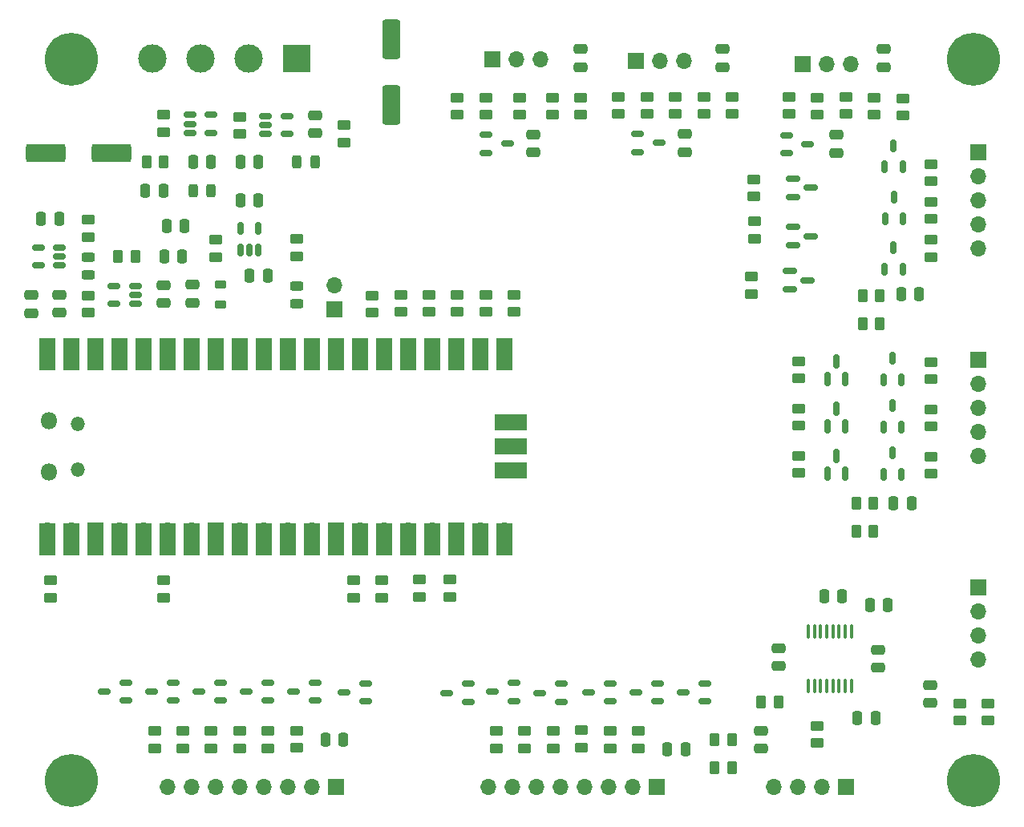
<source format=gbr>
%TF.GenerationSoftware,KiCad,Pcbnew,7.0.8*%
%TF.CreationDate,2024-01-07T20:15:44-08:00*%
%TF.ProjectId,PicoIrrigation,5069636f-4972-4726-9967-6174696f6e2e,rev?*%
%TF.SameCoordinates,Original*%
%TF.FileFunction,Soldermask,Top*%
%TF.FilePolarity,Negative*%
%FSLAX46Y46*%
G04 Gerber Fmt 4.6, Leading zero omitted, Abs format (unit mm)*
G04 Created by KiCad (PCBNEW 7.0.8) date 2024-01-07 20:15:44*
%MOMM*%
%LPD*%
G01*
G04 APERTURE LIST*
G04 Aperture macros list*
%AMRoundRect*
0 Rectangle with rounded corners*
0 $1 Rounding radius*
0 $2 $3 $4 $5 $6 $7 $8 $9 X,Y pos of 4 corners*
0 Add a 4 corners polygon primitive as box body*
4,1,4,$2,$3,$4,$5,$6,$7,$8,$9,$2,$3,0*
0 Add four circle primitives for the rounded corners*
1,1,$1+$1,$2,$3*
1,1,$1+$1,$4,$5*
1,1,$1+$1,$6,$7*
1,1,$1+$1,$8,$9*
0 Add four rect primitives between the rounded corners*
20,1,$1+$1,$2,$3,$4,$5,0*
20,1,$1+$1,$4,$5,$6,$7,0*
20,1,$1+$1,$6,$7,$8,$9,0*
20,1,$1+$1,$8,$9,$2,$3,0*%
G04 Aperture macros list end*
%ADD10RoundRect,0.250000X-0.450000X0.262500X-0.450000X-0.262500X0.450000X-0.262500X0.450000X0.262500X0*%
%ADD11R,1.700000X1.700000*%
%ADD12O,1.700000X1.700000*%
%ADD13RoundRect,0.250000X0.475000X-0.250000X0.475000X0.250000X-0.475000X0.250000X-0.475000X-0.250000X0*%
%ADD14RoundRect,0.250000X0.450000X-0.262500X0.450000X0.262500X-0.450000X0.262500X-0.450000X-0.262500X0*%
%ADD15RoundRect,0.250000X0.262500X0.450000X-0.262500X0.450000X-0.262500X-0.450000X0.262500X-0.450000X0*%
%ADD16RoundRect,0.150000X0.150000X-0.512500X0.150000X0.512500X-0.150000X0.512500X-0.150000X-0.512500X0*%
%ADD17RoundRect,0.150000X0.150000X-0.587500X0.150000X0.587500X-0.150000X0.587500X-0.150000X-0.587500X0*%
%ADD18RoundRect,0.150000X-0.587500X-0.150000X0.587500X-0.150000X0.587500X0.150000X-0.587500X0.150000X0*%
%ADD19RoundRect,0.250000X-0.475000X0.250000X-0.475000X-0.250000X0.475000X-0.250000X0.475000X0.250000X0*%
%ADD20RoundRect,0.250000X0.250000X0.475000X-0.250000X0.475000X-0.250000X-0.475000X0.250000X-0.475000X0*%
%ADD21RoundRect,0.250000X-0.250000X-0.475000X0.250000X-0.475000X0.250000X0.475000X-0.250000X0.475000X0*%
%ADD22RoundRect,0.100000X-0.100000X0.637500X-0.100000X-0.637500X0.100000X-0.637500X0.100000X0.637500X0*%
%ADD23C,5.600000*%
%ADD24RoundRect,0.150000X0.512500X0.150000X-0.512500X0.150000X-0.512500X-0.150000X0.512500X-0.150000X0*%
%ADD25RoundRect,0.243750X0.456250X-0.243750X0.456250X0.243750X-0.456250X0.243750X-0.456250X-0.243750X0*%
%ADD26RoundRect,0.150000X-0.512500X-0.150000X0.512500X-0.150000X0.512500X0.150000X-0.512500X0.150000X0*%
%ADD27RoundRect,0.218750X-0.381250X0.218750X-0.381250X-0.218750X0.381250X-0.218750X0.381250X0.218750X0*%
%ADD28O,1.800000X1.800000*%
%ADD29O,1.500000X1.500000*%
%ADD30R,1.700000X3.500000*%
%ADD31R,3.500000X1.700000*%
%ADD32RoundRect,0.250000X1.825000X0.700000X-1.825000X0.700000X-1.825000X-0.700000X1.825000X-0.700000X0*%
%ADD33RoundRect,0.243750X-0.243750X-0.456250X0.243750X-0.456250X0.243750X0.456250X-0.243750X0.456250X0*%
%ADD34RoundRect,0.250000X0.700000X-1.825000X0.700000X1.825000X-0.700000X1.825000X-0.700000X-1.825000X0*%
%ADD35RoundRect,0.243750X-0.456250X0.243750X-0.456250X-0.243750X0.456250X-0.243750X0.456250X0.243750X0*%
%ADD36RoundRect,0.243750X0.243750X0.456250X-0.243750X0.456250X-0.243750X-0.456250X0.243750X-0.456250X0*%
%ADD37R,3.000000X3.000000*%
%ADD38C,3.000000*%
G04 APERTURE END LIST*
D10*
%TO.C,R21*%
X123600000Y-61175000D03*
X123600000Y-63000000D03*
%TD*%
D11*
%TO.C,J6*%
X135860000Y-57300000D03*
D12*
X138400000Y-57300000D03*
X140940000Y-57300000D03*
%TD*%
D10*
%TO.C,R2*%
X86000000Y-112175000D03*
X86000000Y-114000000D03*
%TD*%
D13*
%TO.C,C2*%
X130000000Y-57950000D03*
X130000000Y-56050000D03*
%TD*%
D10*
%TO.C,R5*%
X113000000Y-112087500D03*
X113000000Y-113912500D03*
%TD*%
D14*
%TO.C,R44*%
X97000000Y-129912500D03*
X97000000Y-128087500D03*
%TD*%
D11*
%TO.C,J5*%
X120650000Y-57150000D03*
D12*
X123190000Y-57150000D03*
X125730000Y-57150000D03*
%TD*%
D10*
%TO.C,R91*%
X167000000Y-94087500D03*
X167000000Y-95912500D03*
%TD*%
D15*
%TO.C,R82*%
X161600000Y-85100000D03*
X159775000Y-85100000D03*
%TD*%
%TO.C,R83*%
X161600000Y-82100000D03*
X159775000Y-82100000D03*
%TD*%
D16*
%TO.C,D51*%
X162100000Y-68500000D03*
X164000000Y-68500000D03*
X163050000Y-66225000D03*
%TD*%
D17*
%TO.C,Q9*%
X156050000Y-100875000D03*
X157950000Y-100875000D03*
X157000000Y-99000000D03*
%TD*%
D18*
%TO.C,Q4*%
X152462500Y-74850000D03*
X152462500Y-76750000D03*
X154337500Y-75800000D03*
%TD*%
D15*
%TO.C,R55*%
X146000000Y-132000000D03*
X144175000Y-132000000D03*
%TD*%
D14*
%TO.C,R48*%
X85000000Y-129912500D03*
X85000000Y-128087500D03*
%TD*%
D19*
%TO.C,C1*%
X125000000Y-65050000D03*
X125000000Y-66950000D03*
%TD*%
D20*
%TO.C,C5*%
X88200000Y-74700000D03*
X86300000Y-74700000D03*
%TD*%
D21*
%TO.C,C31*%
X86050000Y-77950000D03*
X87950000Y-77950000D03*
%TD*%
D14*
%TO.C,R34*%
X153000000Y-90825000D03*
X153000000Y-89000000D03*
%TD*%
D22*
%TO.C,U4*%
X158600000Y-117600000D03*
X157950000Y-117600000D03*
X157300000Y-117600000D03*
X156650000Y-117600000D03*
X156000000Y-117600000D03*
X155350000Y-117600000D03*
X154700000Y-117600000D03*
X154050000Y-117600000D03*
X154050000Y-123325000D03*
X154700000Y-123325000D03*
X155350000Y-123325000D03*
X156000000Y-123325000D03*
X156650000Y-123325000D03*
X157300000Y-123325000D03*
X157950000Y-123325000D03*
X158600000Y-123325000D03*
%TD*%
D20*
%TO.C,C13*%
X161125000Y-126712500D03*
X159225000Y-126712500D03*
%TD*%
D14*
%TO.C,R13*%
X123000000Y-83825000D03*
X123000000Y-82000000D03*
%TD*%
%TO.C,R64*%
X164000000Y-63087500D03*
X164000000Y-61262500D03*
%TD*%
D10*
%TO.C,R61*%
X158000000Y-61087500D03*
X158000000Y-62912500D03*
%TD*%
D23*
%TO.C,J1*%
X76200000Y-57150000D03*
%TD*%
D15*
%TO.C,R9*%
X83000000Y-77950000D03*
X81175000Y-77950000D03*
%TD*%
D14*
%TO.C,R33*%
X153000000Y-95825000D03*
X153000000Y-94000000D03*
%TD*%
D20*
%TO.C,C33*%
X96000000Y-68000000D03*
X94100000Y-68000000D03*
%TD*%
D15*
%TO.C,R89*%
X160912500Y-104000000D03*
X159087500Y-104000000D03*
%TD*%
D21*
%TO.C,C21*%
X163050000Y-104000000D03*
X164950000Y-104000000D03*
%TD*%
D24*
%TO.C,D33*%
X133110000Y-124950000D03*
X133110000Y-123050000D03*
X130835000Y-124000000D03*
%TD*%
D14*
%TO.C,R28*%
X146000000Y-62912500D03*
X146000000Y-61087500D03*
%TD*%
D11*
%TO.C,J15*%
X104140000Y-134000000D03*
D12*
X101600000Y-134000000D03*
X99060000Y-134000000D03*
X96520000Y-134000000D03*
X93980000Y-134000000D03*
X91440000Y-134000000D03*
X88900000Y-134000000D03*
X86360000Y-134000000D03*
%TD*%
D14*
%TO.C,R63*%
X161000000Y-63000000D03*
X161000000Y-61175000D03*
%TD*%
D15*
%TO.C,R42*%
X150912500Y-125000000D03*
X149087500Y-125000000D03*
%TD*%
%TO.C,R18*%
X146000000Y-129000000D03*
X144175000Y-129000000D03*
%TD*%
D14*
%TO.C,R80*%
X100000000Y-77912500D03*
X100000000Y-76087500D03*
%TD*%
%TO.C,R50*%
X133110000Y-129912500D03*
X133110000Y-128087500D03*
%TD*%
D21*
%TO.C,C25*%
X103050000Y-129000000D03*
X104950000Y-129000000D03*
%TD*%
D10*
%TO.C,R60*%
X152000000Y-61087500D03*
X152000000Y-62912500D03*
%TD*%
%TO.C,R85*%
X167000000Y-72175000D03*
X167000000Y-74000000D03*
%TD*%
D24*
%TO.C,D25*%
X107275000Y-124950000D03*
X107275000Y-123050000D03*
X105000000Y-124000000D03*
%TD*%
%TO.C,D30*%
X82000000Y-124850000D03*
X82000000Y-122950000D03*
X79725000Y-123900000D03*
%TD*%
D16*
%TO.C,D52*%
X162100000Y-79275000D03*
X164000000Y-79275000D03*
X163050000Y-77000000D03*
%TD*%
D14*
%TO.C,R19*%
X127000000Y-63000000D03*
X127000000Y-61175000D03*
%TD*%
D19*
%TO.C,C32*%
X72000000Y-82050000D03*
X72000000Y-83950000D03*
%TD*%
D10*
%TO.C,R25*%
X140000000Y-61087500D03*
X140000000Y-62912500D03*
%TD*%
D24*
%TO.C,D34*%
X127972500Y-125000000D03*
X127972500Y-123100000D03*
X125697500Y-124050000D03*
%TD*%
D10*
%TO.C,R22*%
X120000000Y-61175000D03*
X120000000Y-63000000D03*
%TD*%
D15*
%TO.C,R88*%
X160912500Y-107000000D03*
X159087500Y-107000000D03*
%TD*%
D10*
%TO.C,R87*%
X167000000Y-76175000D03*
X167000000Y-78000000D03*
%TD*%
D24*
%TO.C,D31*%
X143110000Y-124950000D03*
X143110000Y-123050000D03*
X140835000Y-124000000D03*
%TD*%
D25*
%TO.C,D46*%
X100000000Y-82937500D03*
X100000000Y-81062500D03*
%TD*%
D11*
%TO.C,J7*%
X153475000Y-57600000D03*
D12*
X156015000Y-57600000D03*
X158555000Y-57600000D03*
%TD*%
D19*
%TO.C,C12*%
X161375000Y-119512500D03*
X161375000Y-121412500D03*
%TD*%
%TO.C,C30*%
X102000000Y-63050000D03*
X102000000Y-64950000D03*
%TD*%
D26*
%TO.C,U7*%
X88725000Y-63000000D03*
X88725000Y-63950000D03*
X88725000Y-64900000D03*
X91000000Y-64900000D03*
X91000000Y-63000000D03*
%TD*%
D10*
%TO.C,R6*%
X106000000Y-112175000D03*
X106000000Y-114000000D03*
%TD*%
D17*
%TO.C,Q6*%
X156050000Y-95875000D03*
X157950000Y-95875000D03*
X157000000Y-94000000D03*
%TD*%
D14*
%TO.C,R40*%
X153000000Y-100825000D03*
X153000000Y-99000000D03*
%TD*%
D26*
%TO.C,D3*%
X151725000Y-65137500D03*
X151725000Y-67037500D03*
X154000000Y-66087500D03*
%TD*%
D13*
%TO.C,C4*%
X145000000Y-57950000D03*
X145000000Y-56050000D03*
%TD*%
D11*
%TO.C,J22*%
X172000000Y-88900000D03*
D12*
X172000000Y-91440000D03*
X172000000Y-93980000D03*
X172000000Y-96520000D03*
X172000000Y-99060000D03*
%TD*%
D21*
%TO.C,C10*%
X94100000Y-72000000D03*
X96000000Y-72000000D03*
%TD*%
D10*
%TO.C,R84*%
X167000000Y-68175000D03*
X167000000Y-70000000D03*
%TD*%
%TO.C,R56*%
X173000000Y-125175000D03*
X173000000Y-127000000D03*
%TD*%
D23*
%TO.C,J3*%
X171450000Y-133350000D03*
%TD*%
D27*
%TO.C,FB1*%
X92000000Y-80937500D03*
X92000000Y-83062500D03*
%TD*%
D10*
%TO.C,R38*%
X155000000Y-127550000D03*
X155000000Y-129375000D03*
%TD*%
D24*
%TO.C,D29*%
X87000000Y-124850000D03*
X87000000Y-122950000D03*
X84725000Y-123900000D03*
%TD*%
D14*
%TO.C,R16*%
X108000000Y-83912500D03*
X108000000Y-82087500D03*
%TD*%
D28*
%TO.C,U6*%
X73850000Y-100765000D03*
D29*
X76880000Y-100465000D03*
X76880000Y-95615000D03*
D28*
X73850000Y-95315000D03*
D12*
X73720000Y-106930000D03*
D30*
X73720000Y-107830000D03*
D12*
X76260000Y-106930000D03*
D30*
X76260000Y-107830000D03*
D11*
X78800000Y-106930000D03*
D30*
X78800000Y-107830000D03*
D12*
X81340000Y-106930000D03*
D30*
X81340000Y-107830000D03*
D12*
X83880000Y-106930000D03*
D30*
X83880000Y-107830000D03*
D12*
X86420000Y-106930000D03*
D30*
X86420000Y-107830000D03*
D12*
X88960000Y-106930000D03*
D30*
X88960000Y-107830000D03*
D11*
X91500000Y-106930000D03*
D30*
X91500000Y-107830000D03*
D12*
X94040000Y-106930000D03*
D30*
X94040000Y-107830000D03*
D12*
X96580000Y-106930000D03*
D30*
X96580000Y-107830000D03*
D12*
X99120000Y-106930000D03*
D30*
X99120000Y-107830000D03*
D12*
X101660000Y-106930000D03*
D30*
X101660000Y-107830000D03*
D11*
X104200000Y-106930000D03*
D30*
X104200000Y-107830000D03*
D12*
X106740000Y-106930000D03*
D30*
X106740000Y-107830000D03*
D12*
X109280000Y-106930000D03*
D30*
X109280000Y-107830000D03*
D12*
X111820000Y-106930000D03*
D30*
X111820000Y-107830000D03*
D12*
X114360000Y-106930000D03*
D30*
X114360000Y-107830000D03*
D11*
X116900000Y-106930000D03*
D30*
X116900000Y-107830000D03*
D12*
X119440000Y-106930000D03*
D30*
X119440000Y-107830000D03*
D12*
X121980000Y-106930000D03*
D30*
X121980000Y-107830000D03*
D12*
X121980000Y-89150000D03*
D30*
X121980000Y-88250000D03*
D12*
X119440000Y-89150000D03*
D30*
X119440000Y-88250000D03*
D11*
X116900000Y-89150000D03*
D30*
X116900000Y-88250000D03*
D12*
X114360000Y-89150000D03*
D30*
X114360000Y-88250000D03*
D12*
X111820000Y-89150000D03*
D30*
X111820000Y-88250000D03*
D12*
X109280000Y-89150000D03*
D30*
X109280000Y-88250000D03*
D12*
X106740000Y-89150000D03*
D30*
X106740000Y-88250000D03*
D11*
X104200000Y-89150000D03*
D30*
X104200000Y-88250000D03*
D12*
X101660000Y-89150000D03*
D30*
X101660000Y-88250000D03*
D12*
X99120000Y-89150000D03*
D30*
X99120000Y-88250000D03*
D12*
X96580000Y-89150000D03*
D30*
X96580000Y-88250000D03*
D12*
X94040000Y-89150000D03*
D30*
X94040000Y-88250000D03*
D11*
X91500000Y-89150000D03*
D30*
X91500000Y-88250000D03*
D12*
X88960000Y-89150000D03*
D30*
X88960000Y-88250000D03*
D12*
X86420000Y-89150000D03*
D30*
X86420000Y-88250000D03*
D12*
X83880000Y-89150000D03*
D30*
X83880000Y-88250000D03*
D12*
X81340000Y-89150000D03*
D30*
X81340000Y-88250000D03*
D11*
X78800000Y-89150000D03*
D30*
X78800000Y-88250000D03*
D12*
X76260000Y-89150000D03*
D30*
X76260000Y-88250000D03*
D12*
X73720000Y-89150000D03*
D30*
X73720000Y-88250000D03*
D12*
X121750000Y-100580000D03*
D31*
X122650000Y-100580000D03*
D11*
X121750000Y-98040000D03*
D31*
X122650000Y-98040000D03*
D12*
X121750000Y-95500000D03*
D31*
X122650000Y-95500000D03*
%TD*%
D14*
%TO.C,R29*%
X148337500Y-76075000D03*
X148337500Y-74250000D03*
%TD*%
D10*
%TO.C,R62*%
X155000000Y-61175000D03*
X155000000Y-63000000D03*
%TD*%
D16*
%TO.C,U5*%
X94100000Y-77275000D03*
X95050000Y-77275000D03*
X96000000Y-77275000D03*
X96000000Y-75000000D03*
X94100000Y-75000000D03*
%TD*%
D21*
%TO.C,C29*%
X84050000Y-71000000D03*
X85950000Y-71000000D03*
%TD*%
D15*
%TO.C,R58*%
X86000000Y-68000000D03*
X84175000Y-68000000D03*
%TD*%
D19*
%TO.C,C3*%
X141000000Y-65000000D03*
X141000000Y-66900000D03*
%TD*%
D14*
%TO.C,R37*%
X148000000Y-81912500D03*
X148000000Y-80087500D03*
%TD*%
%TO.C,R17*%
X86000000Y-64825000D03*
X86000000Y-63000000D03*
%TD*%
D18*
%TO.C,Q8*%
X152125000Y-79500000D03*
X152125000Y-81400000D03*
X154000000Y-80450000D03*
%TD*%
D14*
%TO.C,R54*%
X121110000Y-129912500D03*
X121110000Y-128087500D03*
%TD*%
D13*
%TO.C,C8*%
X89000000Y-82850000D03*
X89000000Y-80950000D03*
%TD*%
D14*
%TO.C,R53*%
X124110000Y-129912500D03*
X124110000Y-128087500D03*
%TD*%
D24*
%TO.C,D26*%
X102000000Y-124850000D03*
X102000000Y-122950000D03*
X99725000Y-123900000D03*
%TD*%
D20*
%TO.C,C14*%
X157625000Y-113862500D03*
X155725000Y-113862500D03*
%TD*%
D14*
%TO.C,R24*%
X134000000Y-62912500D03*
X134000000Y-61087500D03*
%TD*%
D16*
%TO.C,D54*%
X162000000Y-91000000D03*
X163900000Y-91000000D03*
X162950000Y-88725000D03*
%TD*%
D10*
%TO.C,R90*%
X167000000Y-89087500D03*
X167000000Y-90912500D03*
%TD*%
%TO.C,R92*%
X167000000Y-99087500D03*
X167000000Y-100912500D03*
%TD*%
D19*
%TO.C,C9*%
X75000000Y-82000000D03*
X75000000Y-83900000D03*
%TD*%
D14*
%TO.C,R43*%
X100000000Y-129875000D03*
X100000000Y-128050000D03*
%TD*%
%TO.C,R20*%
X117000000Y-63000000D03*
X117000000Y-61175000D03*
%TD*%
D10*
%TO.C,R1*%
X74000000Y-112175000D03*
X74000000Y-114000000D03*
%TD*%
D13*
%TO.C,C7*%
X162000000Y-57950000D03*
X162000000Y-56050000D03*
%TD*%
%TO.C,C16*%
X166900000Y-125150000D03*
X166900000Y-123250000D03*
%TD*%
D32*
%TO.C,C27*%
X80475000Y-67000000D03*
X73525000Y-67000000D03*
%TD*%
D14*
%TO.C,R46*%
X91000000Y-129912500D03*
X91000000Y-128087500D03*
%TD*%
%TO.C,R27*%
X143000000Y-62912500D03*
X143000000Y-61087500D03*
%TD*%
D10*
%TO.C,R59*%
X170050000Y-125175000D03*
X170050000Y-127000000D03*
%TD*%
D21*
%TO.C,C26*%
X139160000Y-130000000D03*
X141060000Y-130000000D03*
%TD*%
D24*
%TO.C,U1*%
X75000000Y-78900000D03*
X75000000Y-77950000D03*
X75000000Y-77000000D03*
X72725000Y-77000000D03*
X72725000Y-78900000D03*
%TD*%
D20*
%TO.C,C11*%
X96950000Y-80000000D03*
X95050000Y-80000000D03*
%TD*%
D24*
%TO.C,D28*%
X92000000Y-124850000D03*
X92000000Y-122950000D03*
X89725000Y-123900000D03*
%TD*%
D23*
%TO.C,J4*%
X76200000Y-133350000D03*
%TD*%
D21*
%TO.C,C18*%
X163850000Y-81900000D03*
X165750000Y-81900000D03*
%TD*%
D33*
%TO.C,D39*%
X100062500Y-68000000D03*
X101937500Y-68000000D03*
%TD*%
D10*
%TO.C,R7*%
X78000000Y-74087500D03*
X78000000Y-75912500D03*
%TD*%
D13*
%TO.C,C15*%
X86000000Y-82900000D03*
X86000000Y-81000000D03*
%TD*%
D14*
%TO.C,R23*%
X130000000Y-63000000D03*
X130000000Y-61175000D03*
%TD*%
D34*
%TO.C,C28*%
X110000000Y-61950000D03*
X110000000Y-55000000D03*
%TD*%
D26*
%TO.C,D1*%
X120000000Y-65087500D03*
X120000000Y-66987500D03*
X122275000Y-66037500D03*
%TD*%
D11*
%TO.C,J16*%
X138000000Y-134000000D03*
D12*
X135460000Y-134000000D03*
X132920000Y-134000000D03*
X130380000Y-134000000D03*
X127840000Y-134000000D03*
X125300000Y-134000000D03*
X122760000Y-134000000D03*
X120220000Y-134000000D03*
%TD*%
D18*
%TO.C,Q5*%
X152425000Y-69750000D03*
X152425000Y-71650000D03*
X154300000Y-70700000D03*
%TD*%
D35*
%TO.C,D48*%
X78000000Y-78062500D03*
X78000000Y-79937500D03*
%TD*%
D26*
%TO.C,U3*%
X96725000Y-63100000D03*
X96725000Y-64050000D03*
X96725000Y-65000000D03*
X99000000Y-65000000D03*
X99000000Y-63100000D03*
%TD*%
D10*
%TO.C,R86*%
X78000000Y-82087500D03*
X78000000Y-83912500D03*
%TD*%
D14*
%TO.C,R12*%
X114000000Y-83825000D03*
X114000000Y-82000000D03*
%TD*%
D10*
%TO.C,R26*%
X137000000Y-61087500D03*
X137000000Y-62912500D03*
%TD*%
%TO.C,R8*%
X91500000Y-76187500D03*
X91500000Y-78012500D03*
%TD*%
D14*
%TO.C,R10*%
X94000000Y-65000000D03*
X94000000Y-63175000D03*
%TD*%
D19*
%TO.C,C17*%
X150925000Y-119312500D03*
X150925000Y-121212500D03*
%TD*%
D11*
%TO.C,J13*%
X172000000Y-112920000D03*
D12*
X172000000Y-115460000D03*
X172000000Y-118000000D03*
X172000000Y-120540000D03*
%TD*%
D10*
%TO.C,R4*%
X116200000Y-112087500D03*
X116200000Y-113912500D03*
%TD*%
D26*
%TO.C,D2*%
X136000000Y-65000000D03*
X136000000Y-66900000D03*
X138275000Y-65950000D03*
%TD*%
D20*
%TO.C,C23*%
X74950000Y-74000000D03*
X73050000Y-74000000D03*
%TD*%
D36*
%TO.C,D40*%
X91000000Y-71000000D03*
X89125000Y-71000000D03*
%TD*%
D14*
%TO.C,R15*%
X111000000Y-83825000D03*
X111000000Y-82000000D03*
%TD*%
D16*
%TO.C,D53*%
X162000000Y-96000000D03*
X163900000Y-96000000D03*
X162950000Y-93725000D03*
%TD*%
%TO.C,D50*%
X162150000Y-73975000D03*
X164050000Y-73975000D03*
X163100000Y-71700000D03*
%TD*%
D14*
%TO.C,R57*%
X105000000Y-65912500D03*
X105000000Y-64087500D03*
%TD*%
D11*
%TO.C,J21*%
X172000000Y-66920000D03*
D12*
X172000000Y-69460000D03*
X172000000Y-72000000D03*
X172000000Y-74540000D03*
X172000000Y-77080000D03*
%TD*%
D14*
%TO.C,R30*%
X148300000Y-71612500D03*
X148300000Y-69787500D03*
%TD*%
D21*
%TO.C,C34*%
X89100000Y-68000000D03*
X91000000Y-68000000D03*
%TD*%
D14*
%TO.C,R52*%
X127110000Y-129912500D03*
X127110000Y-128087500D03*
%TD*%
D23*
%TO.C,J2*%
X171450000Y-57150000D03*
%TD*%
D14*
%TO.C,R11*%
X117000000Y-83825000D03*
X117000000Y-82000000D03*
%TD*%
D24*
%TO.C,D35*%
X122972500Y-124900000D03*
X122972500Y-123000000D03*
X120697500Y-123950000D03*
%TD*%
D37*
%TO.C,J17*%
X100000000Y-57000000D03*
D38*
X94920000Y-57000000D03*
X89840000Y-57000000D03*
X84760000Y-57000000D03*
%TD*%
D13*
%TO.C,C24*%
X149087500Y-129950000D03*
X149087500Y-128050000D03*
%TD*%
D21*
%TO.C,C20*%
X160525000Y-114762500D03*
X162425000Y-114762500D03*
%TD*%
D16*
%TO.C,D55*%
X162000000Y-101000000D03*
X163900000Y-101000000D03*
X162950000Y-98725000D03*
%TD*%
D24*
%TO.C,D27*%
X97000000Y-124850000D03*
X97000000Y-122950000D03*
X94725000Y-123900000D03*
%TD*%
D14*
%TO.C,R14*%
X120000000Y-83825000D03*
X120000000Y-82000000D03*
%TD*%
%TO.C,R45*%
X94000000Y-129912500D03*
X94000000Y-128087500D03*
%TD*%
D11*
%TO.C,J8*%
X104000000Y-83540000D03*
D12*
X104000000Y-81000000D03*
%TD*%
D19*
%TO.C,C6*%
X157000000Y-65087500D03*
X157000000Y-66987500D03*
%TD*%
D14*
%TO.C,R47*%
X88000000Y-129912500D03*
X88000000Y-128087500D03*
%TD*%
%TO.C,R51*%
X130110000Y-129825000D03*
X130110000Y-128000000D03*
%TD*%
D10*
%TO.C,R3*%
X109000000Y-112175000D03*
X109000000Y-114000000D03*
%TD*%
D24*
%TO.C,U2*%
X83000000Y-82950000D03*
X83000000Y-82000000D03*
X83000000Y-81050000D03*
X80725000Y-81050000D03*
X80725000Y-82950000D03*
%TD*%
%TO.C,D36*%
X118110000Y-125000000D03*
X118110000Y-123100000D03*
X115835000Y-124050000D03*
%TD*%
D17*
%TO.C,Q7*%
X156050000Y-90875000D03*
X157950000Y-90875000D03*
X157000000Y-89000000D03*
%TD*%
D14*
%TO.C,R49*%
X136110000Y-129912500D03*
X136110000Y-128087500D03*
%TD*%
D11*
%TO.C,J14*%
X158000000Y-134000000D03*
D12*
X155460000Y-134000000D03*
X152920000Y-134000000D03*
X150380000Y-134000000D03*
%TD*%
D24*
%TO.C,D32*%
X138110000Y-124950000D03*
X138110000Y-123050000D03*
X135835000Y-124000000D03*
%TD*%
M02*

</source>
